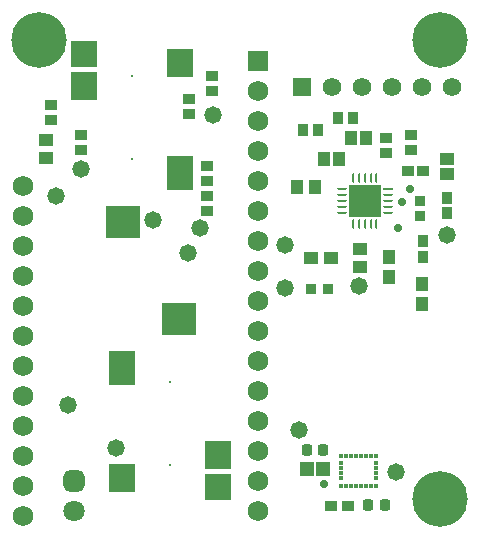
<source format=gbs>
G04*
G04 #@! TF.GenerationSoftware,Altium Limited,Altium Designer,24.2.2 (26)*
G04*
G04 Layer_Color=16711935*
%FSLAX25Y25*%
%MOIN*%
G70*
G04*
G04 #@! TF.SameCoordinates,53DEB4DB-F542-4CE3-904C-AAE6CCE40F42*
G04*
G04*
G04 #@! TF.FilePolarity,Negative*
G04*
G01*
G75*
%ADD13R,0.04737X0.03950*%
%ADD14R,0.00800X0.00800*%
%ADD15C,0.07099*%
G04:AMPARAMS|DCode=16|XSize=70.99mil|YSize=70.99mil|CornerRadius=19.75mil|HoleSize=0mil|Usage=FLASHONLY|Rotation=270.000|XOffset=0mil|YOffset=0mil|HoleType=Round|Shape=RoundedRectangle|*
%AMROUNDEDRECTD16*
21,1,0.07099,0.03150,0,0,270.0*
21,1,0.03150,0.07099,0,0,270.0*
1,1,0.03950,-0.01575,-0.01575*
1,1,0.03950,-0.01575,0.01575*
1,1,0.03950,0.01575,0.01575*
1,1,0.03950,0.01575,-0.01575*
%
%ADD16ROUNDEDRECTD16*%
%ADD17R,0.06181X0.06181*%
%ADD18C,0.06181*%
%ADD19C,0.06902*%
%ADD20R,0.06902X0.06902*%
%ADD21C,0.05800*%
%ADD22C,0.18517*%
%ADD23C,0.02769*%
%ADD43R,0.10827X0.10827*%
%ADD44R,0.03272X0.00942*%
G04:AMPARAMS|DCode=45|XSize=32.72mil|YSize=9.42mil|CornerRadius=4.71mil|HoleSize=0mil|Usage=FLASHONLY|Rotation=180.000|XOffset=0mil|YOffset=0mil|HoleType=Round|Shape=RoundedRectangle|*
%AMROUNDEDRECTD45*
21,1,0.03272,0.00000,0,0,180.0*
21,1,0.02330,0.00942,0,0,180.0*
1,1,0.00942,-0.01165,0.00000*
1,1,0.00942,0.01165,0.00000*
1,1,0.00942,0.01165,0.00000*
1,1,0.00942,-0.01165,0.00000*
%
%ADD45ROUNDEDRECTD45*%
G04:AMPARAMS|DCode=46|XSize=9.42mil|YSize=32.72mil|CornerRadius=4.71mil|HoleSize=0mil|Usage=FLASHONLY|Rotation=180.000|XOffset=0mil|YOffset=0mil|HoleType=Round|Shape=RoundedRectangle|*
%AMROUNDEDRECTD46*
21,1,0.00942,0.02330,0,0,180.0*
21,1,0.00000,0.03272,0,0,180.0*
1,1,0.00942,0.00000,0.01165*
1,1,0.00942,0.00000,0.01165*
1,1,0.00942,0.00000,-0.01165*
1,1,0.00942,0.00000,-0.01165*
%
%ADD46ROUNDEDRECTD46*%
%ADD48R,0.03963X0.03773*%
%ADD53R,0.03591X0.04166*%
%ADD54R,0.03775X0.03591*%
%ADD55R,0.03418X0.03175*%
%ADD56R,0.04453X0.03591*%
%ADD62R,0.04182X0.04553*%
%ADD63R,0.04553X0.04182*%
%ADD67R,0.03591X0.04453*%
G04:AMPARAMS|DCode=69|XSize=37.92mil|YSize=34mil|CornerRadius=7.25mil|HoleSize=0mil|Usage=FLASHONLY|Rotation=270.000|XOffset=0mil|YOffset=0mil|HoleType=Round|Shape=RoundedRectangle|*
%AMROUNDEDRECTD69*
21,1,0.03792,0.01950,0,0,270.0*
21,1,0.02342,0.03400,0,0,270.0*
1,1,0.01450,-0.00975,-0.01171*
1,1,0.01450,-0.00975,0.01171*
1,1,0.01450,0.00975,0.01171*
1,1,0.01450,0.00975,-0.01171*
%
%ADD69ROUNDEDRECTD69*%
%ADD70R,0.04540X0.04540*%
%ADD71R,0.01299X0.01772*%
%ADD72R,0.01772X0.01299*%
%ADD73R,0.04343X0.04540*%
%ADD74R,0.11430X0.11036*%
%ADD75R,0.09068X0.09461*%
%ADD76R,0.09068X0.11430*%
%ADD77R,0.09068X0.08674*%
%ADD78R,0.03556X0.04147*%
%ADD79R,0.04147X0.03556*%
%ADD80R,0.03950X0.04737*%
%ADD81R,0.04540X0.03950*%
D13*
X14393Y133882D02*
D03*
Y139787D02*
D03*
X119025Y103453D02*
D03*
Y97547D02*
D03*
D14*
X55500Y31614D02*
D03*
Y59173D02*
D03*
X42843Y160972D02*
D03*
Y133413D02*
D03*
D15*
X23500Y16000D02*
D03*
D16*
Y26000D02*
D03*
D17*
X99500Y157500D02*
D03*
D18*
X109500D02*
D03*
X119500D02*
D03*
X129500D02*
D03*
X139500D02*
D03*
X149500D02*
D03*
D19*
X85000Y26000D02*
D03*
Y36000D02*
D03*
Y46000D02*
D03*
Y56000D02*
D03*
Y66000D02*
D03*
Y76000D02*
D03*
Y86000D02*
D03*
Y96000D02*
D03*
Y106000D02*
D03*
Y116000D02*
D03*
Y126000D02*
D03*
Y146000D02*
D03*
X6500Y124500D02*
D03*
Y114500D02*
D03*
Y104500D02*
D03*
Y94500D02*
D03*
Y84500D02*
D03*
Y74500D02*
D03*
Y64500D02*
D03*
Y54500D02*
D03*
Y44500D02*
D03*
Y34500D02*
D03*
Y24500D02*
D03*
Y14500D02*
D03*
X85000Y16000D02*
D03*
Y136000D02*
D03*
Y156000D02*
D03*
D20*
Y166000D02*
D03*
D21*
X94000Y90500D02*
D03*
X118500Y91000D02*
D03*
X94000Y104949D02*
D03*
X70000Y148000D02*
D03*
X148000Y108000D02*
D03*
X98500Y43000D02*
D03*
X131000Y29000D02*
D03*
X65500Y110500D02*
D03*
X50000Y113000D02*
D03*
X61500Y102000D02*
D03*
X37500Y37000D02*
D03*
X26000Y130000D02*
D03*
X21500Y51500D02*
D03*
X17500Y121000D02*
D03*
D22*
X12000Y173000D02*
D03*
X145500D02*
D03*
Y20000D02*
D03*
D23*
X107000Y25000D02*
D03*
X131500Y110500D02*
D03*
X133000Y119000D02*
D03*
X135500Y123500D02*
D03*
D43*
X120500Y119500D02*
D03*
D44*
X128140Y123437D02*
D03*
D45*
Y121468D02*
D03*
Y119500D02*
D03*
Y117532D02*
D03*
Y115563D02*
D03*
X112860D02*
D03*
Y117532D02*
D03*
Y119500D02*
D03*
Y121468D02*
D03*
Y123437D02*
D03*
D46*
X124437Y111860D02*
D03*
X122468D02*
D03*
X120500D02*
D03*
X118532D02*
D03*
X116563D02*
D03*
Y127140D02*
D03*
X118532D02*
D03*
X120500D02*
D03*
X122468D02*
D03*
X124437D02*
D03*
D48*
X114858Y17951D02*
D03*
X109142D02*
D03*
D53*
X140000Y106281D02*
D03*
Y100951D02*
D03*
D54*
X108361Y90000D02*
D03*
X102639D02*
D03*
D55*
X139000Y119464D02*
D03*
Y114536D02*
D03*
D56*
X134978Y129500D02*
D03*
X140022D02*
D03*
D62*
X128515Y100850D02*
D03*
Y94150D02*
D03*
X139500Y85150D02*
D03*
Y91850D02*
D03*
D63*
X102650Y100500D02*
D03*
X109350D02*
D03*
D67*
X148000Y120522D02*
D03*
Y115478D02*
D03*
D69*
X127256Y18000D02*
D03*
X121744D02*
D03*
X106756Y36500D02*
D03*
X101244D02*
D03*
D70*
X106461Y29987D02*
D03*
X101342D02*
D03*
D71*
X112575Y34421D02*
D03*
X114268D02*
D03*
X115961D02*
D03*
X117654D02*
D03*
X119346D02*
D03*
X121039D02*
D03*
X122732D02*
D03*
X124425D02*
D03*
Y24579D02*
D03*
X122732D02*
D03*
X121039D02*
D03*
X119346D02*
D03*
X117654D02*
D03*
X115961D02*
D03*
X114268D02*
D03*
X112575D02*
D03*
D72*
Y32039D02*
D03*
Y30347D02*
D03*
Y28653D02*
D03*
X124425Y32039D02*
D03*
Y30347D02*
D03*
Y28653D02*
D03*
Y26961D02*
D03*
X112575D02*
D03*
D73*
X116039Y140603D02*
D03*
X120961D02*
D03*
X107039Y133500D02*
D03*
X111961D02*
D03*
D74*
X58453Y80039D02*
D03*
X39890Y112547D02*
D03*
D75*
X39555Y27283D02*
D03*
X71445Y34764D02*
D03*
X58787Y165303D02*
D03*
X26898Y157823D02*
D03*
D76*
X39555Y63898D02*
D03*
X58787Y128689D02*
D03*
D77*
X71445Y24134D02*
D03*
X26898Y168453D02*
D03*
D78*
X111539Y147116D02*
D03*
X116461D02*
D03*
X104961Y143000D02*
D03*
X100039D02*
D03*
D79*
X15968Y146399D02*
D03*
Y151320D02*
D03*
X26000Y136539D02*
D03*
Y141461D02*
D03*
X69500Y156039D02*
D03*
Y160961D02*
D03*
X62000Y148539D02*
D03*
Y153461D02*
D03*
X68000Y126039D02*
D03*
Y130961D02*
D03*
Y116180D02*
D03*
Y121101D02*
D03*
X127500Y135539D02*
D03*
Y140461D02*
D03*
X136000Y141461D02*
D03*
Y136539D02*
D03*
D80*
X103953Y124000D02*
D03*
X98047D02*
D03*
D81*
X148000Y133461D02*
D03*
Y128539D02*
D03*
M02*

</source>
